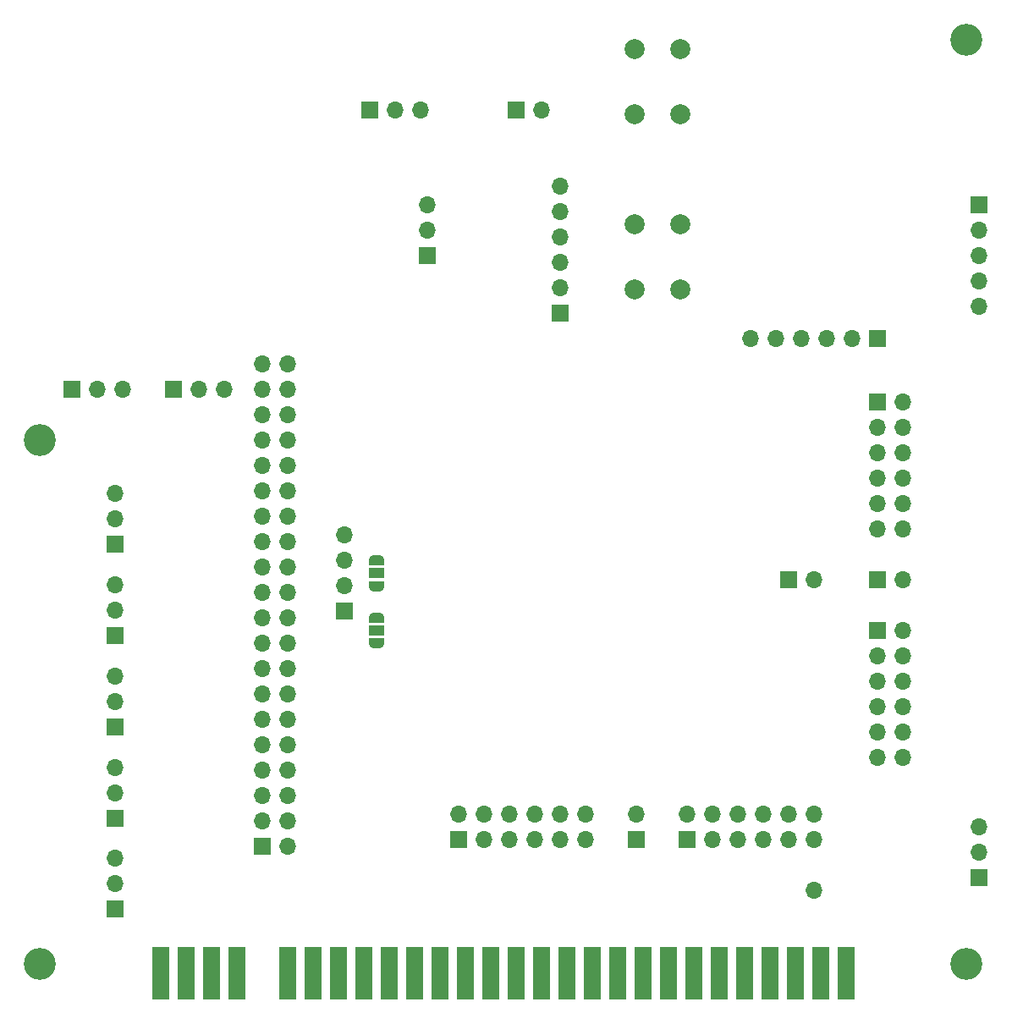
<source format=gbs>
%TF.GenerationSoftware,KiCad,Pcbnew,6.0.0-d3dd2cf0fa~116~ubuntu20.04.1*%
%TF.CreationDate,2022-02-25T21:38:05+01:00*%
%TF.ProjectId,addon-edge-rpi-i2s-pmod,6164646f-6e2d-4656-9467-652d7270692d,0.52*%
%TF.SameCoordinates,Original*%
%TF.FileFunction,Soldermask,Bot*%
%TF.FilePolarity,Negative*%
%FSLAX46Y46*%
G04 Gerber Fmt 4.6, Leading zero omitted, Abs format (unit mm)*
G04 Created by KiCad (PCBNEW 6.0.0-d3dd2cf0fa~116~ubuntu20.04.1) date 2022-02-25 21:38:05*
%MOMM*%
%LPD*%
G01*
G04 APERTURE LIST*
G04 Aperture macros list*
%AMRoundRect*
0 Rectangle with rounded corners*
0 $1 Rounding radius*
0 $2 $3 $4 $5 $6 $7 $8 $9 X,Y pos of 4 corners*
0 Add a 4 corners polygon primitive as box body*
4,1,4,$2,$3,$4,$5,$6,$7,$8,$9,$2,$3,0*
0 Add four circle primitives for the rounded corners*
1,1,$1+$1,$2,$3*
1,1,$1+$1,$4,$5*
1,1,$1+$1,$6,$7*
1,1,$1+$1,$8,$9*
0 Add four rect primitives between the rounded corners*
20,1,$1+$1,$2,$3,$4,$5,0*
20,1,$1+$1,$4,$5,$6,$7,0*
20,1,$1+$1,$6,$7,$8,$9,0*
20,1,$1+$1,$8,$9,$2,$3,0*%
%AMFreePoly0*
4,1,22,0.550000,-0.750000,0.000000,-0.750000,0.000000,-0.745033,-0.079941,-0.743568,-0.215256,-0.701293,-0.333266,-0.622738,-0.424486,-0.514219,-0.481581,-0.384460,-0.499164,-0.250000,-0.500000,-0.250000,-0.500000,0.250000,-0.499164,0.250000,-0.499963,0.256109,-0.478152,0.396186,-0.417904,0.524511,-0.324060,0.630769,-0.204165,0.706417,-0.067858,0.745374,0.000000,0.744959,0.000000,0.750000,
0.550000,0.750000,0.550000,-0.750000,0.550000,-0.750000,$1*%
%AMFreePoly1*
4,1,20,0.000000,0.744959,0.073905,0.744508,0.209726,0.703889,0.328688,0.626782,0.421226,0.519385,0.479903,0.390333,0.500000,0.250000,0.500000,-0.250000,0.499851,-0.262216,0.476331,-0.402017,0.414519,-0.529596,0.319384,-0.634700,0.198574,-0.708877,0.061801,-0.746166,0.000000,-0.745033,0.000000,-0.750000,-0.550000,-0.750000,-0.550000,0.750000,0.000000,0.750000,0.000000,0.744959,
0.000000,0.744959,$1*%
G04 Aperture macros list end*
%ADD10R,1.700000X1.700000*%
%ADD11O,1.700000X1.700000*%
%ADD12C,3.200000*%
%ADD13RoundRect,0.101600X-0.762000X-2.540000X0.762000X-2.540000X0.762000X2.540000X-0.762000X2.540000X0*%
%ADD14C,2.000000*%
%ADD15FreePoly0,90.000000*%
%ADD16R,1.500000X1.000000*%
%ADD17FreePoly1,90.000000*%
%ADD18FreePoly0,270.000000*%
%ADD19FreePoly1,270.000000*%
G04 APERTURE END LIST*
D10*
%TO.C,JP5*%
X187325000Y-102870000D03*
D11*
X189865000Y-102870000D03*
%TD*%
D10*
%TO.C,JP22*%
X125730000Y-83820000D03*
D11*
X128270000Y-83820000D03*
X130810000Y-83820000D03*
%TD*%
%TO.C,J13*%
X189865000Y-133985000D03*
%TD*%
D12*
%TO.C,H2*%
X112400000Y-88900000D03*
%TD*%
D13*
%TO.C,EDGE1*%
X124460000Y-142240000D03*
X127000000Y-142240000D03*
X129540000Y-142240000D03*
X132080000Y-142240000D03*
X137160000Y-142240000D03*
X139700000Y-142240000D03*
X142240000Y-142240000D03*
X144780000Y-142240000D03*
X147320000Y-142240000D03*
X149860000Y-142240000D03*
X152400000Y-142240000D03*
X154940000Y-142240000D03*
X157480000Y-142240000D03*
X160020000Y-142240000D03*
X162560000Y-142240000D03*
X165100000Y-142240000D03*
X167640000Y-142240000D03*
X170180000Y-142240000D03*
X172720000Y-142240000D03*
X175260000Y-142240000D03*
X177800000Y-142240000D03*
X180340000Y-142240000D03*
X182880000Y-142240000D03*
X185420000Y-142240000D03*
X187960000Y-142240000D03*
X190500000Y-142240000D03*
X193040000Y-142240000D03*
%TD*%
D14*
%TO.C,BUT1*%
X176429000Y-56305000D03*
X176429000Y-49805000D03*
X171929000Y-56305000D03*
X171929000Y-49805000D03*
%TD*%
D10*
%TO.C,JP45*%
X119945000Y-99300000D03*
D11*
X119945000Y-96760000D03*
X119945000Y-94220000D03*
%TD*%
D10*
%TO.C,J12*%
X196215000Y-102870000D03*
D11*
X198755000Y-102870000D03*
%TD*%
D10*
%TO.C,JP12*%
X160020000Y-55880000D03*
D11*
X162560000Y-55880000D03*
%TD*%
D10*
%TO.C,J6*%
X196215000Y-78740000D03*
D11*
X193675000Y-78740000D03*
X191135000Y-78740000D03*
X188595000Y-78740000D03*
X186055000Y-78740000D03*
X183515000Y-78740000D03*
%TD*%
D14*
%TO.C,BUT2*%
X176429000Y-73810000D03*
X176429000Y-67310000D03*
X171929000Y-67310000D03*
X171929000Y-73810000D03*
%TD*%
D10*
%TO.C,JP43*%
X119945000Y-117580000D03*
D11*
X119945000Y-115040000D03*
X119945000Y-112500000D03*
%TD*%
D10*
%TO.C,JP44*%
X119945000Y-108440000D03*
D11*
X119945000Y-105900000D03*
X119945000Y-103360000D03*
%TD*%
D10*
%TO.C,J1*%
X154305000Y-128905000D03*
D11*
X156845000Y-128905000D03*
X159385000Y-128905000D03*
X161925000Y-128905000D03*
X164465000Y-128905000D03*
X167005000Y-128905000D03*
X154305000Y-126365000D03*
X156845000Y-126365000D03*
X159385000Y-126365000D03*
X161925000Y-126365000D03*
X164465000Y-126365000D03*
X167005000Y-126365000D03*
%TD*%
D10*
%TO.C,J2*%
X177165000Y-128885000D03*
D11*
X179705000Y-128885000D03*
X182245000Y-128885000D03*
X184785000Y-128885000D03*
X187325000Y-128885000D03*
X189865000Y-128885000D03*
X177165000Y-126345000D03*
X179705000Y-126345000D03*
X182245000Y-126345000D03*
X184785000Y-126345000D03*
X187325000Y-126345000D03*
X189865000Y-126345000D03*
%TD*%
D10*
%TO.C,J5*%
X164465000Y-76200000D03*
D11*
X164465000Y-73660000D03*
X164465000Y-71120000D03*
X164465000Y-68580000D03*
X164465000Y-66040000D03*
X164465000Y-63500000D03*
%TD*%
D10*
%TO.C,J10*%
X172060000Y-128885000D03*
D11*
X172060000Y-126345000D03*
%TD*%
D10*
%TO.C,J7*%
X206375000Y-132715000D03*
D11*
X206375000Y-130175000D03*
X206375000Y-127635000D03*
%TD*%
D10*
%TO.C,RPI1*%
X134620000Y-129540000D03*
D11*
X137160000Y-129540000D03*
X134620000Y-127000000D03*
X137160000Y-127000000D03*
X134620000Y-124460000D03*
X137160000Y-124460000D03*
X134620000Y-121920000D03*
X137160000Y-121920000D03*
X134620000Y-119380000D03*
X137160000Y-119380000D03*
X134620000Y-116840000D03*
X137160000Y-116840000D03*
X134620000Y-114300000D03*
X137160000Y-114300000D03*
X134620000Y-111760000D03*
X137160000Y-111760000D03*
X134620000Y-109220000D03*
X137160000Y-109220000D03*
X134620000Y-106680000D03*
X137160000Y-106680000D03*
X134620000Y-104140000D03*
X137160000Y-104140000D03*
X134620000Y-101600000D03*
X137160000Y-101600000D03*
X134620000Y-99060000D03*
X137160000Y-99060000D03*
X134620000Y-96520000D03*
X137160000Y-96520000D03*
X134620000Y-93980000D03*
X137160000Y-93980000D03*
X134620000Y-91440000D03*
X137160000Y-91440000D03*
X134620000Y-88900000D03*
X137160000Y-88900000D03*
X134620000Y-86360000D03*
X137160000Y-86360000D03*
X134620000Y-83820000D03*
X137160000Y-83820000D03*
X134620000Y-81280000D03*
X137160000Y-81280000D03*
%TD*%
D12*
%TO.C,H1*%
X205105000Y-48895000D03*
%TD*%
D10*
%TO.C,JP42*%
X119945000Y-126720000D03*
D11*
X119945000Y-124180000D03*
X119945000Y-121640000D03*
%TD*%
D12*
%TO.C,H3*%
X205100000Y-141300000D03*
%TD*%
D10*
%TO.C,J9*%
X206367200Y-65405000D03*
D11*
X206367200Y-67945000D03*
X206367200Y-70485000D03*
X206367200Y-73025000D03*
X206367200Y-75565000D03*
%TD*%
D12*
%TO.C,H4*%
X112400000Y-141300000D03*
%TD*%
D10*
%TO.C,JP23*%
X151130000Y-70485000D03*
D11*
X151130000Y-67945000D03*
X151130000Y-65405000D03*
%TD*%
D10*
%TO.C,JP21*%
X115570000Y-83820000D03*
D11*
X118110000Y-83820000D03*
X120650000Y-83820000D03*
%TD*%
D10*
%TO.C,J4*%
X196215000Y-85090000D03*
D11*
X196215000Y-87630000D03*
X196215000Y-90170000D03*
X196215000Y-92710000D03*
X196215000Y-95250000D03*
X196215000Y-97790000D03*
X198755000Y-85090000D03*
X198755000Y-87630000D03*
X198755000Y-90170000D03*
X198755000Y-92710000D03*
X198755000Y-95250000D03*
X198755000Y-97790000D03*
%TD*%
D10*
%TO.C,J8*%
X142875000Y-106045000D03*
D11*
X142875000Y-103505000D03*
X142875000Y-100965000D03*
X142875000Y-98425000D03*
%TD*%
D10*
%TO.C,J3*%
X196215000Y-107950000D03*
D11*
X196215000Y-110490000D03*
X196215000Y-113030000D03*
X196215000Y-115570000D03*
X196215000Y-118110000D03*
X196215000Y-120650000D03*
X198755000Y-107950000D03*
X198755000Y-110490000D03*
X198755000Y-113030000D03*
X198755000Y-115570000D03*
X198755000Y-118110000D03*
X198755000Y-120650000D03*
%TD*%
D10*
%TO.C,JP11*%
X145415000Y-55880000D03*
D11*
X147955000Y-55880000D03*
X150495000Y-55880000D03*
%TD*%
D10*
%TO.C,JP41*%
X119945000Y-135845000D03*
D11*
X119945000Y-133305000D03*
X119945000Y-130765000D03*
%TD*%
D15*
%TO.C,JPS1*%
X146050000Y-109250000D03*
D16*
X146050000Y-107950000D03*
D17*
X146050000Y-106650000D03*
%TD*%
D18*
%TO.C,JPS2*%
X146050000Y-100935000D03*
D16*
X146050000Y-102235000D03*
D19*
X146050000Y-103535000D03*
%TD*%
M02*

</source>
